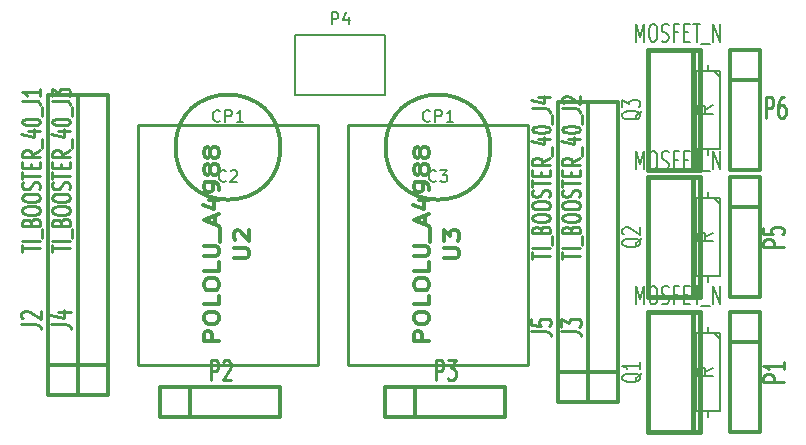
<source format=gto>
G04 (created by PCBNEW (2012-nov-02)-testing) date Mon 24 Dec 2012 03:27:36 AM MST*
%MOIN*%
G04 Gerber Fmt 3.4, Leading zero omitted, Abs format*
%FSLAX34Y34*%
G01*
G70*
G90*
G04 APERTURE LIST*
%ADD10C,0.006*%
%ADD11C,0.012*%
%ADD12C,0.008*%
%ADD13C,0.01*%
%ADD14C,0.015*%
%ADD15C,0.0107*%
G04 APERTURE END LIST*
G54D10*
G54D11*
X99650Y-9700D02*
X99650Y-9700D01*
X98650Y-9700D02*
X99650Y-9700D01*
X99650Y-9700D02*
X99650Y-9700D01*
X99650Y-9700D02*
X99650Y-13700D01*
X99650Y-13700D02*
X98650Y-13700D01*
X98650Y-13700D02*
X98650Y-9700D01*
X98650Y-10700D02*
X99650Y-10700D01*
X99650Y-13950D02*
X99650Y-13950D01*
X98650Y-13950D02*
X99650Y-13950D01*
X99650Y-13950D02*
X99650Y-13950D01*
X99650Y-13950D02*
X99650Y-17950D01*
X99650Y-17950D02*
X98650Y-17950D01*
X98650Y-17950D02*
X98650Y-13950D01*
X98650Y-14950D02*
X99650Y-14950D01*
X87150Y-20950D02*
X87150Y-20950D01*
X87150Y-21950D02*
X87150Y-20950D01*
X87150Y-20950D02*
X87150Y-20950D01*
X87150Y-20950D02*
X91150Y-20950D01*
X91150Y-20950D02*
X91150Y-21950D01*
X91150Y-21950D02*
X87150Y-21950D01*
X88150Y-21950D02*
X88150Y-20950D01*
X79650Y-20950D02*
X79650Y-20950D01*
X79650Y-21950D02*
X79650Y-20950D01*
X79650Y-20950D02*
X79650Y-20950D01*
X79650Y-20950D02*
X83650Y-20950D01*
X83650Y-20950D02*
X83650Y-21950D01*
X83650Y-21950D02*
X79650Y-21950D01*
X80650Y-21950D02*
X80650Y-20950D01*
X99650Y-18450D02*
X99650Y-18450D01*
X98650Y-18450D02*
X99650Y-18450D01*
X99650Y-18450D02*
X99650Y-18450D01*
X99650Y-18450D02*
X99650Y-22450D01*
X99650Y-22450D02*
X98650Y-22450D01*
X98650Y-22450D02*
X98650Y-18450D01*
X98650Y-19450D02*
X99650Y-19450D01*
X76900Y-21200D02*
X75900Y-21200D01*
X75900Y-21200D02*
X75900Y-11200D01*
X75900Y-11200D02*
X76900Y-11200D01*
X76900Y-11200D02*
X76900Y-21200D01*
X76900Y-20200D02*
X75900Y-20200D01*
X93900Y-21450D02*
X92900Y-21450D01*
X92900Y-21450D02*
X92900Y-11450D01*
X92900Y-11450D02*
X93900Y-11450D01*
X93900Y-11450D02*
X93900Y-21450D01*
X93900Y-20450D02*
X92900Y-20450D01*
X77900Y-21200D02*
X76900Y-21200D01*
X76900Y-21200D02*
X76900Y-11200D01*
X76900Y-11200D02*
X77900Y-11200D01*
X77900Y-11200D02*
X77900Y-21200D01*
X77900Y-20200D02*
X76900Y-20200D01*
X94900Y-21450D02*
X93900Y-21450D01*
X93900Y-21450D02*
X93900Y-11450D01*
X93900Y-11450D02*
X94900Y-11450D01*
X94900Y-11450D02*
X94900Y-21450D01*
X94900Y-20450D02*
X93900Y-20450D01*
G54D12*
X97900Y-18950D02*
X97900Y-19150D01*
X97900Y-21950D02*
X97900Y-21750D01*
X97900Y-21750D02*
X98300Y-21750D01*
X98300Y-21750D02*
X98300Y-19150D01*
X98300Y-19150D02*
X97500Y-19150D01*
X97500Y-19150D02*
X97500Y-21750D01*
X97500Y-21750D02*
X97900Y-21750D01*
X98100Y-19150D02*
X98300Y-19350D01*
X97900Y-14450D02*
X97900Y-14650D01*
X97900Y-17450D02*
X97900Y-17250D01*
X97900Y-17250D02*
X98300Y-17250D01*
X98300Y-17250D02*
X98300Y-14650D01*
X98300Y-14650D02*
X97500Y-14650D01*
X97500Y-14650D02*
X97500Y-17250D01*
X97500Y-17250D02*
X97900Y-17250D01*
X98100Y-14650D02*
X98300Y-14850D01*
X97900Y-10200D02*
X97900Y-10400D01*
X97900Y-13200D02*
X97900Y-13000D01*
X97900Y-13000D02*
X98300Y-13000D01*
X98300Y-13000D02*
X98300Y-10400D01*
X98300Y-10400D02*
X97500Y-10400D01*
X97500Y-10400D02*
X97500Y-13000D01*
X97500Y-13000D02*
X97900Y-13000D01*
X98100Y-10400D02*
X98300Y-10600D01*
X87150Y-11200D02*
X84150Y-11200D01*
X84150Y-9200D02*
X87150Y-9200D01*
X87150Y-9200D02*
X87150Y-11200D01*
X84150Y-11200D02*
X84150Y-9200D01*
G54D11*
X83650Y-12950D02*
G75*
G03X83650Y-12950I-1750J0D01*
G74*
G01*
X90650Y-12950D02*
G75*
G03X90650Y-12950I-1750J0D01*
G74*
G01*
G54D13*
X85900Y-20200D02*
X85900Y-12200D01*
X85900Y-12200D02*
X91900Y-12200D01*
X91900Y-12200D02*
X91900Y-20200D01*
X91900Y-20200D02*
X85900Y-20200D01*
X78900Y-20200D02*
X78900Y-12200D01*
X78900Y-12200D02*
X84900Y-12200D01*
X84900Y-12200D02*
X84900Y-20200D01*
X84900Y-20200D02*
X78900Y-20200D01*
G54D14*
X97400Y-18450D02*
X97650Y-18450D01*
X97650Y-18450D02*
X97650Y-22450D01*
X97650Y-22450D02*
X97400Y-22450D01*
X95900Y-18450D02*
X97400Y-18450D01*
X97400Y-18450D02*
X97400Y-22450D01*
X97400Y-22450D02*
X95900Y-22450D01*
X95900Y-22450D02*
X95900Y-18450D01*
X97400Y-13950D02*
X97650Y-13950D01*
X97650Y-13950D02*
X97650Y-17950D01*
X97650Y-17950D02*
X97400Y-17950D01*
X95900Y-13950D02*
X97400Y-13950D01*
X97400Y-13950D02*
X97400Y-17950D01*
X97400Y-17950D02*
X95900Y-17950D01*
X95900Y-17950D02*
X95900Y-13950D01*
X97400Y-9700D02*
X97650Y-9700D01*
X97650Y-9700D02*
X97650Y-13700D01*
X97650Y-13700D02*
X97400Y-13700D01*
X95900Y-9700D02*
X97400Y-9700D01*
X97400Y-9700D02*
X97400Y-13700D01*
X97400Y-13700D02*
X95900Y-13700D01*
X95900Y-13700D02*
X95900Y-9700D01*
G54D15*
X99834Y-11976D02*
X99834Y-11293D01*
X99997Y-11293D01*
X100037Y-11325D01*
X100058Y-11358D01*
X100078Y-11423D01*
X100078Y-11521D01*
X100058Y-11586D01*
X100037Y-11618D01*
X99997Y-11651D01*
X99834Y-11651D01*
X100445Y-11293D02*
X100364Y-11293D01*
X100323Y-11325D01*
X100302Y-11358D01*
X100262Y-11456D01*
X100241Y-11586D01*
X100241Y-11846D01*
X100262Y-11911D01*
X100282Y-11943D01*
X100323Y-11976D01*
X100404Y-11976D01*
X100445Y-11943D01*
X100465Y-11911D01*
X100486Y-11846D01*
X100486Y-11683D01*
X100465Y-11618D01*
X100445Y-11586D01*
X100404Y-11553D01*
X100323Y-11553D01*
X100282Y-11586D01*
X100262Y-11618D01*
X100241Y-11683D01*
G54D11*
G54D15*
X100426Y-16265D02*
X99743Y-16265D01*
X99743Y-16102D01*
X99775Y-16062D01*
X99808Y-16041D01*
X99873Y-16021D01*
X99971Y-16021D01*
X100036Y-16041D01*
X100068Y-16062D01*
X100101Y-16102D01*
X100101Y-16265D01*
X99743Y-15634D02*
X99743Y-15837D01*
X100068Y-15858D01*
X100036Y-15837D01*
X100003Y-15797D01*
X100003Y-15695D01*
X100036Y-15654D01*
X100068Y-15634D01*
X100133Y-15613D01*
X100296Y-15613D01*
X100361Y-15634D01*
X100393Y-15654D01*
X100426Y-15695D01*
X100426Y-15797D01*
X100393Y-15837D01*
X100361Y-15858D01*
G54D11*
G54D15*
X88834Y-20726D02*
X88834Y-20043D01*
X88997Y-20043D01*
X89037Y-20075D01*
X89058Y-20108D01*
X89078Y-20173D01*
X89078Y-20271D01*
X89058Y-20336D01*
X89037Y-20368D01*
X88997Y-20401D01*
X88834Y-20401D01*
X89221Y-20043D02*
X89486Y-20043D01*
X89343Y-20303D01*
X89404Y-20303D01*
X89445Y-20336D01*
X89465Y-20368D01*
X89486Y-20433D01*
X89486Y-20596D01*
X89465Y-20661D01*
X89445Y-20693D01*
X89404Y-20726D01*
X89282Y-20726D01*
X89241Y-20693D01*
X89221Y-20661D01*
G54D11*
G54D15*
X81334Y-20726D02*
X81334Y-20043D01*
X81497Y-20043D01*
X81537Y-20075D01*
X81558Y-20108D01*
X81578Y-20173D01*
X81578Y-20271D01*
X81558Y-20336D01*
X81537Y-20368D01*
X81497Y-20401D01*
X81334Y-20401D01*
X81741Y-20108D02*
X81762Y-20075D01*
X81802Y-20043D01*
X81904Y-20043D01*
X81945Y-20075D01*
X81965Y-20108D01*
X81986Y-20173D01*
X81986Y-20238D01*
X81965Y-20336D01*
X81721Y-20726D01*
X81986Y-20726D01*
G54D11*
G54D15*
X100426Y-20765D02*
X99743Y-20765D01*
X99743Y-20602D01*
X99775Y-20562D01*
X99808Y-20541D01*
X99873Y-20521D01*
X99971Y-20521D01*
X100036Y-20541D01*
X100068Y-20562D01*
X100101Y-20602D01*
X100101Y-20765D01*
X100426Y-20113D02*
X100426Y-20358D01*
X100426Y-20236D02*
X99743Y-20236D01*
X99841Y-20276D01*
X99906Y-20317D01*
X99938Y-20358D01*
G54D11*
G54D15*
X74994Y-18842D02*
X75481Y-18842D01*
X75578Y-18863D01*
X75643Y-18903D01*
X75675Y-18964D01*
X75675Y-19005D01*
X75059Y-18659D02*
X75027Y-18638D01*
X74994Y-18598D01*
X74994Y-18496D01*
X75027Y-18455D01*
X75059Y-18435D01*
X75124Y-18414D01*
X75189Y-18414D01*
X75286Y-18435D01*
X75675Y-18679D01*
X75675Y-18414D01*
G54D11*
G54D13*
X75042Y-16433D02*
X75042Y-16204D01*
X75642Y-16319D02*
X75042Y-16319D01*
X75642Y-16071D02*
X75042Y-16071D01*
X75700Y-15976D02*
X75700Y-15671D01*
X75328Y-15442D02*
X75357Y-15385D01*
X75385Y-15366D01*
X75442Y-15347D01*
X75528Y-15347D01*
X75585Y-15366D01*
X75614Y-15385D01*
X75642Y-15423D01*
X75642Y-15576D01*
X75042Y-15576D01*
X75042Y-15442D01*
X75071Y-15404D01*
X75100Y-15385D01*
X75157Y-15366D01*
X75214Y-15366D01*
X75271Y-15385D01*
X75300Y-15404D01*
X75328Y-15442D01*
X75328Y-15576D01*
X75042Y-15099D02*
X75042Y-15023D01*
X75071Y-14985D01*
X75128Y-14947D01*
X75242Y-14928D01*
X75442Y-14928D01*
X75557Y-14947D01*
X75614Y-14985D01*
X75642Y-15023D01*
X75642Y-15099D01*
X75614Y-15138D01*
X75557Y-15176D01*
X75442Y-15195D01*
X75242Y-15195D01*
X75128Y-15176D01*
X75071Y-15138D01*
X75042Y-15099D01*
X75042Y-14680D02*
X75042Y-14604D01*
X75071Y-14566D01*
X75128Y-14528D01*
X75242Y-14509D01*
X75442Y-14509D01*
X75557Y-14528D01*
X75614Y-14566D01*
X75642Y-14604D01*
X75642Y-14680D01*
X75614Y-14719D01*
X75557Y-14757D01*
X75442Y-14776D01*
X75242Y-14776D01*
X75128Y-14757D01*
X75071Y-14719D01*
X75042Y-14680D01*
X75614Y-14357D02*
X75642Y-14299D01*
X75642Y-14204D01*
X75614Y-14166D01*
X75585Y-14147D01*
X75528Y-14128D01*
X75471Y-14128D01*
X75414Y-14147D01*
X75385Y-14166D01*
X75357Y-14204D01*
X75328Y-14280D01*
X75300Y-14319D01*
X75271Y-14338D01*
X75214Y-14357D01*
X75157Y-14357D01*
X75100Y-14338D01*
X75071Y-14319D01*
X75042Y-14280D01*
X75042Y-14185D01*
X75071Y-14128D01*
X75042Y-14014D02*
X75042Y-13785D01*
X75642Y-13899D02*
X75042Y-13899D01*
X75328Y-13652D02*
X75328Y-13519D01*
X75642Y-13461D02*
X75642Y-13652D01*
X75042Y-13652D01*
X75042Y-13461D01*
X75642Y-13061D02*
X75357Y-13195D01*
X75642Y-13290D02*
X75042Y-13290D01*
X75042Y-13138D01*
X75071Y-13100D01*
X75100Y-13080D01*
X75157Y-13061D01*
X75242Y-13061D01*
X75300Y-13080D01*
X75328Y-13100D01*
X75357Y-13138D01*
X75357Y-13290D01*
X75700Y-12985D02*
X75700Y-12680D01*
X75242Y-12414D02*
X75642Y-12414D01*
X75014Y-12509D02*
X75442Y-12604D01*
X75442Y-12357D01*
X75042Y-12128D02*
X75042Y-12090D01*
X75071Y-12052D01*
X75100Y-12033D01*
X75157Y-12014D01*
X75271Y-11995D01*
X75414Y-11995D01*
X75528Y-12014D01*
X75585Y-12033D01*
X75614Y-12052D01*
X75642Y-12090D01*
X75642Y-12128D01*
X75614Y-12166D01*
X75585Y-12185D01*
X75528Y-12204D01*
X75414Y-12223D01*
X75271Y-12223D01*
X75157Y-12204D01*
X75100Y-12185D01*
X75071Y-12166D01*
X75042Y-12128D01*
X75700Y-11919D02*
X75700Y-11614D01*
X75042Y-11404D02*
X75471Y-11404D01*
X75557Y-11423D01*
X75614Y-11461D01*
X75642Y-11519D01*
X75642Y-11557D01*
X75642Y-11004D02*
X75642Y-11233D01*
X75642Y-11119D02*
X75042Y-11119D01*
X75128Y-11157D01*
X75185Y-11195D01*
X75214Y-11233D01*
G54D11*
G54D15*
X91994Y-19092D02*
X92481Y-19092D01*
X92578Y-19113D01*
X92643Y-19153D01*
X92675Y-19214D01*
X92675Y-19255D01*
X91994Y-18685D02*
X91994Y-18888D01*
X92318Y-18909D01*
X92286Y-18888D01*
X92254Y-18848D01*
X92254Y-18746D01*
X92286Y-18705D01*
X92318Y-18685D01*
X92383Y-18664D01*
X92545Y-18664D01*
X92610Y-18685D01*
X92643Y-18705D01*
X92675Y-18746D01*
X92675Y-18848D01*
X92643Y-18888D01*
X92610Y-18909D01*
G54D11*
G54D13*
X92042Y-16683D02*
X92042Y-16454D01*
X92642Y-16569D02*
X92042Y-16569D01*
X92642Y-16321D02*
X92042Y-16321D01*
X92700Y-16226D02*
X92700Y-15921D01*
X92328Y-15692D02*
X92357Y-15635D01*
X92385Y-15616D01*
X92442Y-15597D01*
X92528Y-15597D01*
X92585Y-15616D01*
X92614Y-15635D01*
X92642Y-15673D01*
X92642Y-15826D01*
X92042Y-15826D01*
X92042Y-15692D01*
X92071Y-15654D01*
X92100Y-15635D01*
X92157Y-15616D01*
X92214Y-15616D01*
X92271Y-15635D01*
X92300Y-15654D01*
X92328Y-15692D01*
X92328Y-15826D01*
X92042Y-15349D02*
X92042Y-15273D01*
X92071Y-15235D01*
X92128Y-15197D01*
X92242Y-15178D01*
X92442Y-15178D01*
X92557Y-15197D01*
X92614Y-15235D01*
X92642Y-15273D01*
X92642Y-15349D01*
X92614Y-15388D01*
X92557Y-15426D01*
X92442Y-15445D01*
X92242Y-15445D01*
X92128Y-15426D01*
X92071Y-15388D01*
X92042Y-15349D01*
X92042Y-14930D02*
X92042Y-14854D01*
X92071Y-14816D01*
X92128Y-14778D01*
X92242Y-14759D01*
X92442Y-14759D01*
X92557Y-14778D01*
X92614Y-14816D01*
X92642Y-14854D01*
X92642Y-14930D01*
X92614Y-14969D01*
X92557Y-15007D01*
X92442Y-15026D01*
X92242Y-15026D01*
X92128Y-15007D01*
X92071Y-14969D01*
X92042Y-14930D01*
X92614Y-14607D02*
X92642Y-14549D01*
X92642Y-14454D01*
X92614Y-14416D01*
X92585Y-14397D01*
X92528Y-14378D01*
X92471Y-14378D01*
X92414Y-14397D01*
X92385Y-14416D01*
X92357Y-14454D01*
X92328Y-14530D01*
X92300Y-14569D01*
X92271Y-14588D01*
X92214Y-14607D01*
X92157Y-14607D01*
X92100Y-14588D01*
X92071Y-14569D01*
X92042Y-14530D01*
X92042Y-14435D01*
X92071Y-14378D01*
X92042Y-14264D02*
X92042Y-14035D01*
X92642Y-14149D02*
X92042Y-14149D01*
X92328Y-13902D02*
X92328Y-13769D01*
X92642Y-13711D02*
X92642Y-13902D01*
X92042Y-13902D01*
X92042Y-13711D01*
X92642Y-13311D02*
X92357Y-13445D01*
X92642Y-13540D02*
X92042Y-13540D01*
X92042Y-13388D01*
X92071Y-13350D01*
X92100Y-13330D01*
X92157Y-13311D01*
X92242Y-13311D01*
X92300Y-13330D01*
X92328Y-13350D01*
X92357Y-13388D01*
X92357Y-13540D01*
X92700Y-13235D02*
X92700Y-12930D01*
X92242Y-12664D02*
X92642Y-12664D01*
X92014Y-12759D02*
X92442Y-12854D01*
X92442Y-12607D01*
X92042Y-12378D02*
X92042Y-12340D01*
X92071Y-12302D01*
X92100Y-12283D01*
X92157Y-12264D01*
X92271Y-12245D01*
X92414Y-12245D01*
X92528Y-12264D01*
X92585Y-12283D01*
X92614Y-12302D01*
X92642Y-12340D01*
X92642Y-12378D01*
X92614Y-12416D01*
X92585Y-12435D01*
X92528Y-12454D01*
X92414Y-12473D01*
X92271Y-12473D01*
X92157Y-12454D01*
X92100Y-12435D01*
X92071Y-12416D01*
X92042Y-12378D01*
X92700Y-12169D02*
X92700Y-11864D01*
X92042Y-11654D02*
X92471Y-11654D01*
X92557Y-11673D01*
X92614Y-11711D01*
X92642Y-11769D01*
X92642Y-11807D01*
X92242Y-11292D02*
X92642Y-11292D01*
X92014Y-11388D02*
X92442Y-11483D01*
X92442Y-11235D01*
G54D11*
G54D15*
X75994Y-18842D02*
X76481Y-18842D01*
X76578Y-18863D01*
X76643Y-18903D01*
X76675Y-18964D01*
X76675Y-19005D01*
X76221Y-18455D02*
X76675Y-18455D01*
X75962Y-18557D02*
X76448Y-18659D01*
X76448Y-18394D01*
G54D11*
G54D13*
X76042Y-16433D02*
X76042Y-16204D01*
X76642Y-16319D02*
X76042Y-16319D01*
X76642Y-16071D02*
X76042Y-16071D01*
X76700Y-15976D02*
X76700Y-15671D01*
X76328Y-15442D02*
X76357Y-15385D01*
X76385Y-15366D01*
X76442Y-15347D01*
X76528Y-15347D01*
X76585Y-15366D01*
X76614Y-15385D01*
X76642Y-15423D01*
X76642Y-15576D01*
X76042Y-15576D01*
X76042Y-15442D01*
X76071Y-15404D01*
X76100Y-15385D01*
X76157Y-15366D01*
X76214Y-15366D01*
X76271Y-15385D01*
X76300Y-15404D01*
X76328Y-15442D01*
X76328Y-15576D01*
X76042Y-15099D02*
X76042Y-15023D01*
X76071Y-14985D01*
X76128Y-14947D01*
X76242Y-14928D01*
X76442Y-14928D01*
X76557Y-14947D01*
X76614Y-14985D01*
X76642Y-15023D01*
X76642Y-15099D01*
X76614Y-15138D01*
X76557Y-15176D01*
X76442Y-15195D01*
X76242Y-15195D01*
X76128Y-15176D01*
X76071Y-15138D01*
X76042Y-15099D01*
X76042Y-14680D02*
X76042Y-14604D01*
X76071Y-14566D01*
X76128Y-14528D01*
X76242Y-14509D01*
X76442Y-14509D01*
X76557Y-14528D01*
X76614Y-14566D01*
X76642Y-14604D01*
X76642Y-14680D01*
X76614Y-14719D01*
X76557Y-14757D01*
X76442Y-14776D01*
X76242Y-14776D01*
X76128Y-14757D01*
X76071Y-14719D01*
X76042Y-14680D01*
X76614Y-14357D02*
X76642Y-14299D01*
X76642Y-14204D01*
X76614Y-14166D01*
X76585Y-14147D01*
X76528Y-14128D01*
X76471Y-14128D01*
X76414Y-14147D01*
X76385Y-14166D01*
X76357Y-14204D01*
X76328Y-14280D01*
X76300Y-14319D01*
X76271Y-14338D01*
X76214Y-14357D01*
X76157Y-14357D01*
X76100Y-14338D01*
X76071Y-14319D01*
X76042Y-14280D01*
X76042Y-14185D01*
X76071Y-14128D01*
X76042Y-14014D02*
X76042Y-13785D01*
X76642Y-13899D02*
X76042Y-13899D01*
X76328Y-13652D02*
X76328Y-13519D01*
X76642Y-13461D02*
X76642Y-13652D01*
X76042Y-13652D01*
X76042Y-13461D01*
X76642Y-13061D02*
X76357Y-13195D01*
X76642Y-13290D02*
X76042Y-13290D01*
X76042Y-13138D01*
X76071Y-13100D01*
X76100Y-13080D01*
X76157Y-13061D01*
X76242Y-13061D01*
X76300Y-13080D01*
X76328Y-13100D01*
X76357Y-13138D01*
X76357Y-13290D01*
X76700Y-12985D02*
X76700Y-12680D01*
X76242Y-12414D02*
X76642Y-12414D01*
X76014Y-12509D02*
X76442Y-12604D01*
X76442Y-12357D01*
X76042Y-12128D02*
X76042Y-12090D01*
X76071Y-12052D01*
X76100Y-12033D01*
X76157Y-12014D01*
X76271Y-11995D01*
X76414Y-11995D01*
X76528Y-12014D01*
X76585Y-12033D01*
X76614Y-12052D01*
X76642Y-12090D01*
X76642Y-12128D01*
X76614Y-12166D01*
X76585Y-12185D01*
X76528Y-12204D01*
X76414Y-12223D01*
X76271Y-12223D01*
X76157Y-12204D01*
X76100Y-12185D01*
X76071Y-12166D01*
X76042Y-12128D01*
X76700Y-11919D02*
X76700Y-11614D01*
X76042Y-11404D02*
X76471Y-11404D01*
X76557Y-11423D01*
X76614Y-11461D01*
X76642Y-11519D01*
X76642Y-11557D01*
X76042Y-11252D02*
X76042Y-11004D01*
X76271Y-11138D01*
X76271Y-11080D01*
X76300Y-11042D01*
X76328Y-11023D01*
X76385Y-11004D01*
X76528Y-11004D01*
X76585Y-11023D01*
X76614Y-11042D01*
X76642Y-11080D01*
X76642Y-11195D01*
X76614Y-11233D01*
X76585Y-11252D01*
G54D11*
G54D15*
X92994Y-19092D02*
X93481Y-19092D01*
X93578Y-19113D01*
X93643Y-19153D01*
X93675Y-19214D01*
X93675Y-19255D01*
X92994Y-18929D02*
X92994Y-18664D01*
X93254Y-18807D01*
X93254Y-18746D01*
X93286Y-18705D01*
X93318Y-18685D01*
X93383Y-18664D01*
X93545Y-18664D01*
X93610Y-18685D01*
X93643Y-18705D01*
X93675Y-18746D01*
X93675Y-18868D01*
X93643Y-18909D01*
X93610Y-18929D01*
G54D11*
G54D13*
X93042Y-16683D02*
X93042Y-16454D01*
X93642Y-16569D02*
X93042Y-16569D01*
X93642Y-16321D02*
X93042Y-16321D01*
X93700Y-16226D02*
X93700Y-15921D01*
X93328Y-15692D02*
X93357Y-15635D01*
X93385Y-15616D01*
X93442Y-15597D01*
X93528Y-15597D01*
X93585Y-15616D01*
X93614Y-15635D01*
X93642Y-15673D01*
X93642Y-15826D01*
X93042Y-15826D01*
X93042Y-15692D01*
X93071Y-15654D01*
X93100Y-15635D01*
X93157Y-15616D01*
X93214Y-15616D01*
X93271Y-15635D01*
X93300Y-15654D01*
X93328Y-15692D01*
X93328Y-15826D01*
X93042Y-15349D02*
X93042Y-15273D01*
X93071Y-15235D01*
X93128Y-15197D01*
X93242Y-15178D01*
X93442Y-15178D01*
X93557Y-15197D01*
X93614Y-15235D01*
X93642Y-15273D01*
X93642Y-15349D01*
X93614Y-15388D01*
X93557Y-15426D01*
X93442Y-15445D01*
X93242Y-15445D01*
X93128Y-15426D01*
X93071Y-15388D01*
X93042Y-15349D01*
X93042Y-14930D02*
X93042Y-14854D01*
X93071Y-14816D01*
X93128Y-14778D01*
X93242Y-14759D01*
X93442Y-14759D01*
X93557Y-14778D01*
X93614Y-14816D01*
X93642Y-14854D01*
X93642Y-14930D01*
X93614Y-14969D01*
X93557Y-15007D01*
X93442Y-15026D01*
X93242Y-15026D01*
X93128Y-15007D01*
X93071Y-14969D01*
X93042Y-14930D01*
X93614Y-14607D02*
X93642Y-14549D01*
X93642Y-14454D01*
X93614Y-14416D01*
X93585Y-14397D01*
X93528Y-14378D01*
X93471Y-14378D01*
X93414Y-14397D01*
X93385Y-14416D01*
X93357Y-14454D01*
X93328Y-14530D01*
X93300Y-14569D01*
X93271Y-14588D01*
X93214Y-14607D01*
X93157Y-14607D01*
X93100Y-14588D01*
X93071Y-14569D01*
X93042Y-14530D01*
X93042Y-14435D01*
X93071Y-14378D01*
X93042Y-14264D02*
X93042Y-14035D01*
X93642Y-14149D02*
X93042Y-14149D01*
X93328Y-13902D02*
X93328Y-13769D01*
X93642Y-13711D02*
X93642Y-13902D01*
X93042Y-13902D01*
X93042Y-13711D01*
X93642Y-13311D02*
X93357Y-13445D01*
X93642Y-13540D02*
X93042Y-13540D01*
X93042Y-13388D01*
X93071Y-13350D01*
X93100Y-13330D01*
X93157Y-13311D01*
X93242Y-13311D01*
X93300Y-13330D01*
X93328Y-13350D01*
X93357Y-13388D01*
X93357Y-13540D01*
X93700Y-13235D02*
X93700Y-12930D01*
X93242Y-12664D02*
X93642Y-12664D01*
X93014Y-12759D02*
X93442Y-12854D01*
X93442Y-12607D01*
X93042Y-12378D02*
X93042Y-12340D01*
X93071Y-12302D01*
X93100Y-12283D01*
X93157Y-12264D01*
X93271Y-12245D01*
X93414Y-12245D01*
X93528Y-12264D01*
X93585Y-12283D01*
X93614Y-12302D01*
X93642Y-12340D01*
X93642Y-12378D01*
X93614Y-12416D01*
X93585Y-12435D01*
X93528Y-12454D01*
X93414Y-12473D01*
X93271Y-12473D01*
X93157Y-12454D01*
X93100Y-12435D01*
X93071Y-12416D01*
X93042Y-12378D01*
X93700Y-12169D02*
X93700Y-11864D01*
X93042Y-11654D02*
X93471Y-11654D01*
X93557Y-11673D01*
X93614Y-11711D01*
X93642Y-11769D01*
X93642Y-11807D01*
X93100Y-11483D02*
X93071Y-11464D01*
X93042Y-11426D01*
X93042Y-11330D01*
X93071Y-11292D01*
X93100Y-11273D01*
X93157Y-11254D01*
X93214Y-11254D01*
X93300Y-11273D01*
X93642Y-11502D01*
X93642Y-11254D01*
G54D11*
G54D12*
X98072Y-20295D02*
X97810Y-20461D01*
X98072Y-20580D02*
X97522Y-20580D01*
X97522Y-20390D01*
X97548Y-20342D01*
X97575Y-20319D01*
X97627Y-20295D01*
X97705Y-20295D01*
X97758Y-20319D01*
X97784Y-20342D01*
X97810Y-20390D01*
X97810Y-20580D01*
X98072Y-15795D02*
X97810Y-15961D01*
X98072Y-16080D02*
X97522Y-16080D01*
X97522Y-15890D01*
X97548Y-15842D01*
X97575Y-15819D01*
X97627Y-15795D01*
X97705Y-15795D01*
X97758Y-15819D01*
X97784Y-15842D01*
X97810Y-15890D01*
X97810Y-16080D01*
X98072Y-11545D02*
X97810Y-11711D01*
X98072Y-11830D02*
X97522Y-11830D01*
X97522Y-11640D01*
X97548Y-11592D01*
X97575Y-11569D01*
X97627Y-11545D01*
X97705Y-11545D01*
X97758Y-11569D01*
X97784Y-11592D01*
X97810Y-11640D01*
X97810Y-11830D01*
X85354Y-8861D02*
X85354Y-8461D01*
X85507Y-8461D01*
X85545Y-8480D01*
X85564Y-8500D01*
X85583Y-8538D01*
X85583Y-8595D01*
X85564Y-8633D01*
X85545Y-8652D01*
X85507Y-8671D01*
X85354Y-8671D01*
X85926Y-8595D02*
X85926Y-8861D01*
X85830Y-8442D02*
X85735Y-8728D01*
X85983Y-8728D01*
X81833Y-14073D02*
X81814Y-14092D01*
X81757Y-14111D01*
X81719Y-14111D01*
X81661Y-14092D01*
X81623Y-14054D01*
X81604Y-14016D01*
X81585Y-13940D01*
X81585Y-13883D01*
X81604Y-13807D01*
X81623Y-13769D01*
X81661Y-13730D01*
X81719Y-13711D01*
X81757Y-13711D01*
X81814Y-13730D01*
X81833Y-13750D01*
X81985Y-13750D02*
X82004Y-13730D01*
X82042Y-13711D01*
X82138Y-13711D01*
X82176Y-13730D01*
X82195Y-13750D01*
X82214Y-13788D01*
X82214Y-13826D01*
X82195Y-13883D01*
X81966Y-14111D01*
X82214Y-14111D01*
X81633Y-12073D02*
X81614Y-12092D01*
X81557Y-12111D01*
X81519Y-12111D01*
X81461Y-12092D01*
X81423Y-12054D01*
X81404Y-12016D01*
X81385Y-11940D01*
X81385Y-11883D01*
X81404Y-11807D01*
X81423Y-11769D01*
X81461Y-11730D01*
X81519Y-11711D01*
X81557Y-11711D01*
X81614Y-11730D01*
X81633Y-11750D01*
X81804Y-12111D02*
X81804Y-11711D01*
X81957Y-11711D01*
X81995Y-11730D01*
X82014Y-11750D01*
X82033Y-11788D01*
X82033Y-11845D01*
X82014Y-11883D01*
X81995Y-11902D01*
X81957Y-11921D01*
X81804Y-11921D01*
X82414Y-12111D02*
X82185Y-12111D01*
X82300Y-12111D02*
X82300Y-11711D01*
X82261Y-11769D01*
X82223Y-11807D01*
X82185Y-11826D01*
X88833Y-14073D02*
X88814Y-14092D01*
X88757Y-14111D01*
X88719Y-14111D01*
X88661Y-14092D01*
X88623Y-14054D01*
X88604Y-14016D01*
X88585Y-13940D01*
X88585Y-13883D01*
X88604Y-13807D01*
X88623Y-13769D01*
X88661Y-13730D01*
X88719Y-13711D01*
X88757Y-13711D01*
X88814Y-13730D01*
X88833Y-13750D01*
X88966Y-13711D02*
X89214Y-13711D01*
X89080Y-13864D01*
X89138Y-13864D01*
X89176Y-13883D01*
X89195Y-13902D01*
X89214Y-13940D01*
X89214Y-14035D01*
X89195Y-14073D01*
X89176Y-14092D01*
X89138Y-14111D01*
X89023Y-14111D01*
X88985Y-14092D01*
X88966Y-14073D01*
X88633Y-12073D02*
X88614Y-12092D01*
X88557Y-12111D01*
X88519Y-12111D01*
X88461Y-12092D01*
X88423Y-12054D01*
X88404Y-12016D01*
X88385Y-11940D01*
X88385Y-11883D01*
X88404Y-11807D01*
X88423Y-11769D01*
X88461Y-11730D01*
X88519Y-11711D01*
X88557Y-11711D01*
X88614Y-11730D01*
X88633Y-11750D01*
X88804Y-12111D02*
X88804Y-11711D01*
X88957Y-11711D01*
X88995Y-11730D01*
X89014Y-11750D01*
X89033Y-11788D01*
X89033Y-11845D01*
X89014Y-11883D01*
X88995Y-11902D01*
X88957Y-11921D01*
X88804Y-11921D01*
X89414Y-12111D02*
X89185Y-12111D01*
X89300Y-12111D02*
X89300Y-11711D01*
X89261Y-11769D01*
X89223Y-11807D01*
X89185Y-11826D01*
G54D11*
X89102Y-16657D02*
X89507Y-16657D01*
X89554Y-16628D01*
X89578Y-16600D01*
X89602Y-16542D01*
X89602Y-16428D01*
X89578Y-16371D01*
X89554Y-16342D01*
X89507Y-16314D01*
X89102Y-16314D01*
X89102Y-16085D02*
X89102Y-15714D01*
X89292Y-15914D01*
X89292Y-15828D01*
X89316Y-15771D01*
X89340Y-15742D01*
X89388Y-15714D01*
X89507Y-15714D01*
X89554Y-15742D01*
X89578Y-15771D01*
X89602Y-15828D01*
X89602Y-16000D01*
X89578Y-16057D01*
X89554Y-16085D01*
X88602Y-19414D02*
X88102Y-19414D01*
X88102Y-19185D01*
X88126Y-19128D01*
X88150Y-19100D01*
X88197Y-19071D01*
X88269Y-19071D01*
X88316Y-19100D01*
X88340Y-19128D01*
X88364Y-19185D01*
X88364Y-19414D01*
X88102Y-18700D02*
X88102Y-18585D01*
X88126Y-18528D01*
X88173Y-18471D01*
X88269Y-18442D01*
X88435Y-18442D01*
X88530Y-18471D01*
X88578Y-18528D01*
X88602Y-18585D01*
X88602Y-18700D01*
X88578Y-18757D01*
X88530Y-18814D01*
X88435Y-18842D01*
X88269Y-18842D01*
X88173Y-18814D01*
X88126Y-18757D01*
X88102Y-18700D01*
X88602Y-17900D02*
X88602Y-18185D01*
X88102Y-18185D01*
X88102Y-17585D02*
X88102Y-17471D01*
X88126Y-17414D01*
X88173Y-17357D01*
X88269Y-17328D01*
X88435Y-17328D01*
X88530Y-17357D01*
X88578Y-17414D01*
X88602Y-17471D01*
X88602Y-17585D01*
X88578Y-17642D01*
X88530Y-17700D01*
X88435Y-17728D01*
X88269Y-17728D01*
X88173Y-17700D01*
X88126Y-17642D01*
X88102Y-17585D01*
X88602Y-16785D02*
X88602Y-17071D01*
X88102Y-17071D01*
X88102Y-16585D02*
X88507Y-16585D01*
X88554Y-16557D01*
X88578Y-16528D01*
X88602Y-16471D01*
X88602Y-16357D01*
X88578Y-16300D01*
X88554Y-16271D01*
X88507Y-16242D01*
X88102Y-16242D01*
X88650Y-16100D02*
X88650Y-15642D01*
X88459Y-15528D02*
X88459Y-15242D01*
X88602Y-15585D02*
X88102Y-15385D01*
X88602Y-15185D01*
X88269Y-14728D02*
X88602Y-14728D01*
X88078Y-14871D02*
X88435Y-15014D01*
X88435Y-14642D01*
X88602Y-14385D02*
X88602Y-14271D01*
X88578Y-14214D01*
X88554Y-14185D01*
X88483Y-14128D01*
X88388Y-14100D01*
X88197Y-14100D01*
X88150Y-14128D01*
X88126Y-14157D01*
X88102Y-14214D01*
X88102Y-14328D01*
X88126Y-14385D01*
X88150Y-14414D01*
X88197Y-14442D01*
X88316Y-14442D01*
X88364Y-14414D01*
X88388Y-14385D01*
X88411Y-14328D01*
X88411Y-14214D01*
X88388Y-14157D01*
X88364Y-14128D01*
X88316Y-14100D01*
X88316Y-13757D02*
X88292Y-13814D01*
X88269Y-13842D01*
X88221Y-13871D01*
X88197Y-13871D01*
X88150Y-13842D01*
X88126Y-13814D01*
X88102Y-13757D01*
X88102Y-13642D01*
X88126Y-13585D01*
X88150Y-13557D01*
X88197Y-13528D01*
X88221Y-13528D01*
X88269Y-13557D01*
X88292Y-13585D01*
X88316Y-13642D01*
X88316Y-13757D01*
X88340Y-13814D01*
X88364Y-13842D01*
X88411Y-13871D01*
X88507Y-13871D01*
X88554Y-13842D01*
X88578Y-13814D01*
X88602Y-13757D01*
X88602Y-13642D01*
X88578Y-13585D01*
X88554Y-13557D01*
X88507Y-13528D01*
X88411Y-13528D01*
X88364Y-13557D01*
X88340Y-13585D01*
X88316Y-13642D01*
X88316Y-13185D02*
X88292Y-13242D01*
X88269Y-13271D01*
X88221Y-13300D01*
X88197Y-13300D01*
X88150Y-13271D01*
X88126Y-13242D01*
X88102Y-13185D01*
X88102Y-13071D01*
X88126Y-13014D01*
X88150Y-12985D01*
X88197Y-12957D01*
X88221Y-12957D01*
X88269Y-12985D01*
X88292Y-13014D01*
X88316Y-13071D01*
X88316Y-13185D01*
X88340Y-13242D01*
X88364Y-13271D01*
X88411Y-13300D01*
X88507Y-13300D01*
X88554Y-13271D01*
X88578Y-13242D01*
X88602Y-13185D01*
X88602Y-13071D01*
X88578Y-13014D01*
X88554Y-12985D01*
X88507Y-12957D01*
X88411Y-12957D01*
X88364Y-12985D01*
X88340Y-13014D01*
X88316Y-13071D01*
X82102Y-16657D02*
X82507Y-16657D01*
X82554Y-16628D01*
X82578Y-16600D01*
X82602Y-16542D01*
X82602Y-16428D01*
X82578Y-16371D01*
X82554Y-16342D01*
X82507Y-16314D01*
X82102Y-16314D01*
X82150Y-16057D02*
X82126Y-16028D01*
X82102Y-15971D01*
X82102Y-15828D01*
X82126Y-15771D01*
X82150Y-15742D01*
X82197Y-15714D01*
X82245Y-15714D01*
X82316Y-15742D01*
X82602Y-16085D01*
X82602Y-15714D01*
X81602Y-19414D02*
X81102Y-19414D01*
X81102Y-19185D01*
X81126Y-19128D01*
X81150Y-19100D01*
X81197Y-19071D01*
X81269Y-19071D01*
X81316Y-19100D01*
X81340Y-19128D01*
X81364Y-19185D01*
X81364Y-19414D01*
X81102Y-18700D02*
X81102Y-18585D01*
X81126Y-18528D01*
X81173Y-18471D01*
X81269Y-18442D01*
X81435Y-18442D01*
X81530Y-18471D01*
X81578Y-18528D01*
X81602Y-18585D01*
X81602Y-18700D01*
X81578Y-18757D01*
X81530Y-18814D01*
X81435Y-18842D01*
X81269Y-18842D01*
X81173Y-18814D01*
X81126Y-18757D01*
X81102Y-18700D01*
X81602Y-17900D02*
X81602Y-18185D01*
X81102Y-18185D01*
X81102Y-17585D02*
X81102Y-17471D01*
X81126Y-17414D01*
X81173Y-17357D01*
X81269Y-17328D01*
X81435Y-17328D01*
X81530Y-17357D01*
X81578Y-17414D01*
X81602Y-17471D01*
X81602Y-17585D01*
X81578Y-17642D01*
X81530Y-17700D01*
X81435Y-17728D01*
X81269Y-17728D01*
X81173Y-17700D01*
X81126Y-17642D01*
X81102Y-17585D01*
X81602Y-16785D02*
X81602Y-17071D01*
X81102Y-17071D01*
X81102Y-16585D02*
X81507Y-16585D01*
X81554Y-16557D01*
X81578Y-16528D01*
X81602Y-16471D01*
X81602Y-16357D01*
X81578Y-16300D01*
X81554Y-16271D01*
X81507Y-16242D01*
X81102Y-16242D01*
X81650Y-16100D02*
X81650Y-15642D01*
X81459Y-15528D02*
X81459Y-15242D01*
X81602Y-15585D02*
X81102Y-15385D01*
X81602Y-15185D01*
X81269Y-14728D02*
X81602Y-14728D01*
X81078Y-14871D02*
X81435Y-15014D01*
X81435Y-14642D01*
X81602Y-14385D02*
X81602Y-14271D01*
X81578Y-14214D01*
X81554Y-14185D01*
X81483Y-14128D01*
X81388Y-14100D01*
X81197Y-14100D01*
X81150Y-14128D01*
X81126Y-14157D01*
X81102Y-14214D01*
X81102Y-14328D01*
X81126Y-14385D01*
X81150Y-14414D01*
X81197Y-14442D01*
X81316Y-14442D01*
X81364Y-14414D01*
X81388Y-14385D01*
X81411Y-14328D01*
X81411Y-14214D01*
X81388Y-14157D01*
X81364Y-14128D01*
X81316Y-14100D01*
X81316Y-13757D02*
X81292Y-13814D01*
X81269Y-13842D01*
X81221Y-13871D01*
X81197Y-13871D01*
X81150Y-13842D01*
X81126Y-13814D01*
X81102Y-13757D01*
X81102Y-13642D01*
X81126Y-13585D01*
X81150Y-13557D01*
X81197Y-13528D01*
X81221Y-13528D01*
X81269Y-13557D01*
X81292Y-13585D01*
X81316Y-13642D01*
X81316Y-13757D01*
X81340Y-13814D01*
X81364Y-13842D01*
X81411Y-13871D01*
X81507Y-13871D01*
X81554Y-13842D01*
X81578Y-13814D01*
X81602Y-13757D01*
X81602Y-13642D01*
X81578Y-13585D01*
X81554Y-13557D01*
X81507Y-13528D01*
X81411Y-13528D01*
X81364Y-13557D01*
X81340Y-13585D01*
X81316Y-13642D01*
X81316Y-13185D02*
X81292Y-13242D01*
X81269Y-13271D01*
X81221Y-13300D01*
X81197Y-13300D01*
X81150Y-13271D01*
X81126Y-13242D01*
X81102Y-13185D01*
X81102Y-13071D01*
X81126Y-13014D01*
X81150Y-12985D01*
X81197Y-12957D01*
X81221Y-12957D01*
X81269Y-12985D01*
X81292Y-13014D01*
X81316Y-13071D01*
X81316Y-13185D01*
X81340Y-13242D01*
X81364Y-13271D01*
X81411Y-13300D01*
X81507Y-13300D01*
X81554Y-13271D01*
X81578Y-13242D01*
X81602Y-13185D01*
X81602Y-13071D01*
X81578Y-13014D01*
X81554Y-12985D01*
X81507Y-12957D01*
X81411Y-12957D01*
X81364Y-12985D01*
X81340Y-13014D01*
X81316Y-13071D01*
G54D12*
X95700Y-20488D02*
X95671Y-20526D01*
X95614Y-20564D01*
X95528Y-20621D01*
X95500Y-20659D01*
X95500Y-20697D01*
X95642Y-20678D02*
X95614Y-20716D01*
X95557Y-20754D01*
X95442Y-20773D01*
X95242Y-20773D01*
X95128Y-20754D01*
X95071Y-20716D01*
X95042Y-20678D01*
X95042Y-20602D01*
X95071Y-20564D01*
X95128Y-20526D01*
X95242Y-20507D01*
X95442Y-20507D01*
X95557Y-20526D01*
X95614Y-20564D01*
X95642Y-20602D01*
X95642Y-20678D01*
X95642Y-20126D02*
X95642Y-20354D01*
X95642Y-20240D02*
X95042Y-20240D01*
X95128Y-20278D01*
X95185Y-20316D01*
X95214Y-20354D01*
X95500Y-18192D02*
X95500Y-17592D01*
X95633Y-18021D01*
X95766Y-17592D01*
X95766Y-18192D01*
X96033Y-17592D02*
X96109Y-17592D01*
X96147Y-17621D01*
X96185Y-17678D01*
X96204Y-17792D01*
X96204Y-17992D01*
X96185Y-18107D01*
X96147Y-18164D01*
X96109Y-18192D01*
X96033Y-18192D01*
X95995Y-18164D01*
X95957Y-18107D01*
X95938Y-17992D01*
X95938Y-17792D01*
X95957Y-17678D01*
X95995Y-17621D01*
X96033Y-17592D01*
X96357Y-18164D02*
X96414Y-18192D01*
X96509Y-18192D01*
X96547Y-18164D01*
X96566Y-18135D01*
X96585Y-18078D01*
X96585Y-18021D01*
X96566Y-17964D01*
X96547Y-17935D01*
X96509Y-17907D01*
X96433Y-17878D01*
X96395Y-17850D01*
X96376Y-17821D01*
X96357Y-17764D01*
X96357Y-17707D01*
X96376Y-17650D01*
X96395Y-17621D01*
X96433Y-17592D01*
X96528Y-17592D01*
X96585Y-17621D01*
X96890Y-17878D02*
X96757Y-17878D01*
X96757Y-18192D02*
X96757Y-17592D01*
X96947Y-17592D01*
X97100Y-17878D02*
X97233Y-17878D01*
X97290Y-18192D02*
X97100Y-18192D01*
X97100Y-17592D01*
X97290Y-17592D01*
X97404Y-17592D02*
X97633Y-17592D01*
X97519Y-18192D02*
X97519Y-17592D01*
X97671Y-18250D02*
X97976Y-18250D01*
X98071Y-18192D02*
X98071Y-17592D01*
X98300Y-18192D01*
X98300Y-17592D01*
X95700Y-15988D02*
X95671Y-16026D01*
X95614Y-16064D01*
X95528Y-16121D01*
X95500Y-16159D01*
X95500Y-16197D01*
X95642Y-16178D02*
X95614Y-16216D01*
X95557Y-16254D01*
X95442Y-16273D01*
X95242Y-16273D01*
X95128Y-16254D01*
X95071Y-16216D01*
X95042Y-16178D01*
X95042Y-16102D01*
X95071Y-16064D01*
X95128Y-16026D01*
X95242Y-16007D01*
X95442Y-16007D01*
X95557Y-16026D01*
X95614Y-16064D01*
X95642Y-16102D01*
X95642Y-16178D01*
X95100Y-15854D02*
X95071Y-15835D01*
X95042Y-15797D01*
X95042Y-15702D01*
X95071Y-15664D01*
X95100Y-15645D01*
X95157Y-15626D01*
X95214Y-15626D01*
X95300Y-15645D01*
X95642Y-15873D01*
X95642Y-15626D01*
X95500Y-13692D02*
X95500Y-13092D01*
X95633Y-13521D01*
X95766Y-13092D01*
X95766Y-13692D01*
X96033Y-13092D02*
X96109Y-13092D01*
X96147Y-13121D01*
X96185Y-13178D01*
X96204Y-13292D01*
X96204Y-13492D01*
X96185Y-13607D01*
X96147Y-13664D01*
X96109Y-13692D01*
X96033Y-13692D01*
X95995Y-13664D01*
X95957Y-13607D01*
X95938Y-13492D01*
X95938Y-13292D01*
X95957Y-13178D01*
X95995Y-13121D01*
X96033Y-13092D01*
X96357Y-13664D02*
X96414Y-13692D01*
X96509Y-13692D01*
X96547Y-13664D01*
X96566Y-13635D01*
X96585Y-13578D01*
X96585Y-13521D01*
X96566Y-13464D01*
X96547Y-13435D01*
X96509Y-13407D01*
X96433Y-13378D01*
X96395Y-13350D01*
X96376Y-13321D01*
X96357Y-13264D01*
X96357Y-13207D01*
X96376Y-13150D01*
X96395Y-13121D01*
X96433Y-13092D01*
X96528Y-13092D01*
X96585Y-13121D01*
X96890Y-13378D02*
X96757Y-13378D01*
X96757Y-13692D02*
X96757Y-13092D01*
X96947Y-13092D01*
X97100Y-13378D02*
X97233Y-13378D01*
X97290Y-13692D02*
X97100Y-13692D01*
X97100Y-13092D01*
X97290Y-13092D01*
X97404Y-13092D02*
X97633Y-13092D01*
X97519Y-13692D02*
X97519Y-13092D01*
X97671Y-13750D02*
X97976Y-13750D01*
X98071Y-13692D02*
X98071Y-13092D01*
X98300Y-13692D01*
X98300Y-13092D01*
X95700Y-11738D02*
X95671Y-11776D01*
X95614Y-11814D01*
X95528Y-11871D01*
X95500Y-11909D01*
X95500Y-11947D01*
X95642Y-11928D02*
X95614Y-11966D01*
X95557Y-12004D01*
X95442Y-12023D01*
X95242Y-12023D01*
X95128Y-12004D01*
X95071Y-11966D01*
X95042Y-11928D01*
X95042Y-11852D01*
X95071Y-11814D01*
X95128Y-11776D01*
X95242Y-11757D01*
X95442Y-11757D01*
X95557Y-11776D01*
X95614Y-11814D01*
X95642Y-11852D01*
X95642Y-11928D01*
X95042Y-11623D02*
X95042Y-11376D01*
X95271Y-11509D01*
X95271Y-11452D01*
X95300Y-11414D01*
X95328Y-11395D01*
X95385Y-11376D01*
X95528Y-11376D01*
X95585Y-11395D01*
X95614Y-11414D01*
X95642Y-11452D01*
X95642Y-11566D01*
X95614Y-11604D01*
X95585Y-11623D01*
X95500Y-9442D02*
X95500Y-8842D01*
X95633Y-9271D01*
X95766Y-8842D01*
X95766Y-9442D01*
X96033Y-8842D02*
X96109Y-8842D01*
X96147Y-8871D01*
X96185Y-8928D01*
X96204Y-9042D01*
X96204Y-9242D01*
X96185Y-9357D01*
X96147Y-9414D01*
X96109Y-9442D01*
X96033Y-9442D01*
X95995Y-9414D01*
X95957Y-9357D01*
X95938Y-9242D01*
X95938Y-9042D01*
X95957Y-8928D01*
X95995Y-8871D01*
X96033Y-8842D01*
X96357Y-9414D02*
X96414Y-9442D01*
X96509Y-9442D01*
X96547Y-9414D01*
X96566Y-9385D01*
X96585Y-9328D01*
X96585Y-9271D01*
X96566Y-9214D01*
X96547Y-9185D01*
X96509Y-9157D01*
X96433Y-9128D01*
X96395Y-9100D01*
X96376Y-9071D01*
X96357Y-9014D01*
X96357Y-8957D01*
X96376Y-8900D01*
X96395Y-8871D01*
X96433Y-8842D01*
X96528Y-8842D01*
X96585Y-8871D01*
X96890Y-9128D02*
X96757Y-9128D01*
X96757Y-9442D02*
X96757Y-8842D01*
X96947Y-8842D01*
X97100Y-9128D02*
X97233Y-9128D01*
X97290Y-9442D02*
X97100Y-9442D01*
X97100Y-8842D01*
X97290Y-8842D01*
X97404Y-8842D02*
X97633Y-8842D01*
X97519Y-9442D02*
X97519Y-8842D01*
X97671Y-9500D02*
X97976Y-9500D01*
X98071Y-9442D02*
X98071Y-8842D01*
X98300Y-9442D01*
X98300Y-8842D01*
M02*

</source>
